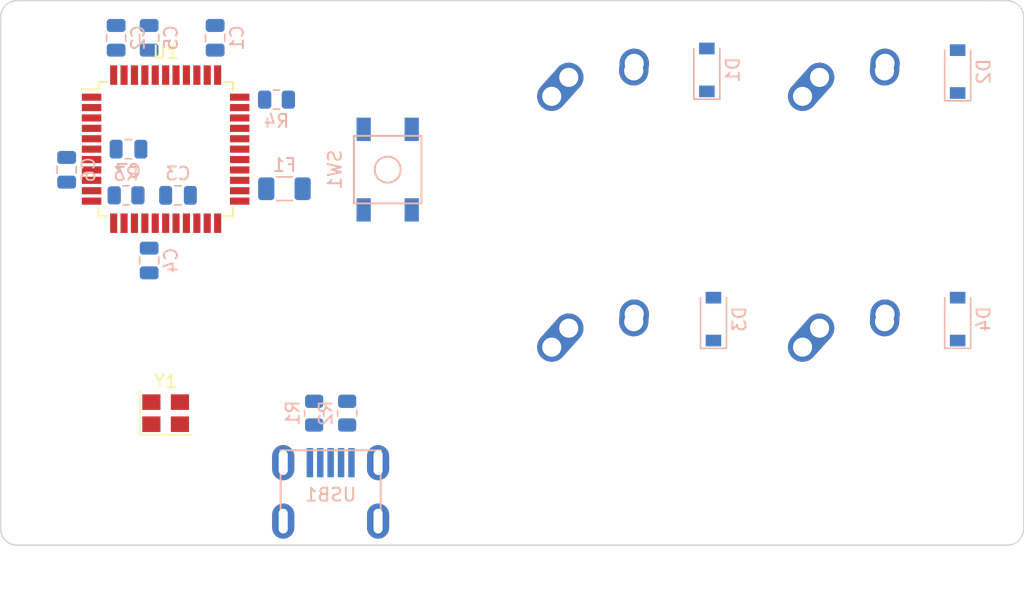
<source format=kicad_pcb>
(kicad_pcb (version 20211014) (generator pcbnew)
  (layers (0 "F.Cu" signal) (31 "B.Cu" signal) (34 "B.Paste" user) (35 "F.Paste" user) (36 "B.SilkS" user "B.Silkscreen") (37 "F.SilkS" user "F.Silkscreen") (38 "B.Mask" user) (39 "F.Mask" user) (44 "Edge.Cuts" user))
  (net 0 "")
  (net 1 "+5V")
  (net 2 "GND")
  (net 3 "Net-(C3-Pad2)")
  (net 4 "Net-(C4-Pad2)")
  (net 5 "Net-(C7-Pad1)")
  (net 6 "Net-(D1-Pad1)")
  (net 7 "Net-(D1-Pad2)")
  (net 8 "Net-(D4-Pad2)")
  (net 9 "VCC")
  (net 10 "COL0")
  (net 11 "COL1")
  (net 13 "Net-(R1-Pad2)")
  (net 15 "Net-(R2-Pad2)")
  (net 16 "Net-(R3-Pad2)")
  (net 17 "Net-(R4-Pad1)")
  (net 45 "D+")
  (net 46 "D-")
  (net 48 "Net-(MX2-Pad2)")
  (net 49 "Net-(D3-Pad1)")
  (net 50 "Net-(MX3-Pad2)")
  (footprint "MX_Alps_Hybrid:MX-1U-NoLED" (layer "F.Cu") (at 182.372 101.6)
    (fp_text reference "MX4")
    (fp_text value "MX-NoLED")
    (pad "" np_thru_hole circle locked (at 0 0) (size 3.9878 3.9878) (drill 3.9878) (layers *.Cu *.Mask))
    (pad "" np_thru_hole circle locked (at -5.08 0 48.0996) (size 1.75 1.75) (drill 1.75) (layers *.Cu *.Mask))
    (pad "" np_thru_hole circle locked (at 5.08 0 48.0996) (size 1.75 1.75) (drill 1.75) (layers *.Cu *.Mask))
    (pad "1" thru_hole oval locked (at -3.81 -2.54 48.0996) (size 4.211556 2.25) (drill 1.47 (offset 0.980778 0)) (layers *.Cu "B.Mask") (net 11 "COL1"))
    (pad "1" thru_hole circle locked (at -2.5 -4) (size 2.25 2.25) (drill 1.47) (layers *.Cu "B.Mask") (net 11 "COL1"))
    (pad "2" thru_hole oval locked (at 2.5 -4.5 86.0548) (size 2.831378 2.25) (drill 1.47 (offset 0.290689 0)) (layers *.Cu "B.Mask") (net 8 "Net-(D4-Pad2)"))
    (pad "2" thru_hole circle locked (at 2.54 -5.08) (size 2.25 2.25) (drill 1.47) (layers *.Cu "B.Mask") (net 8 "Net-(D4-Pad2)"))
  )
  (footprint "MX_Alps_Hybrid:MX-1U-NoLED" (layer "F.Cu") (at 182.372 82.296)
    (fp_text reference "MX2")
    (fp_text value "MX-NoLED")
    (pad "" np_thru_hole circle locked (at 5.08 0 48.0996) (size 1.75 1.75) (drill 1.75) (layers *.Cu *.Mask))
    (pad "" np_thru_hole circle locked (at 0 0) (size 3.9878 3.9878) (drill 3.9878) (layers *.Cu *.Mask))
    (pad "" np_thru_hole circle locked (at -5.08 0 48.0996) (size 1.75 1.75) (drill 1.75) (layers *.Cu *.Mask))
    (pad "1" thru_hole circle locked (at -2.5 -4) (size 2.25 2.25) (drill 1.47) (layers *.Cu "B.Mask") (net 11 "COL1"))
    (pad "1" thru_hole oval locked (at -3.81 -2.54 48.0996) (size 4.211556 2.25) (drill 1.47 (offset 0.980778 0)) (layers *.Cu "B.Mask") (net 11 "COL1"))
    (pad "2" thru_hole oval locked (at 2.5 -4.5 86.0548) (size 2.831378 2.25) (drill 1.47 (offset 0.290689 0)) (layers *.Cu "B.Mask") (net 48 "Net-(MX2-Pad2)"))
    (pad "2" thru_hole circle locked (at 2.54 -5.08) (size 2.25 2.25) (drill 1.47) (layers *.Cu "B.Mask") (net 48 "Net-(MX2-Pad2)"))
  )
  (footprint "MX_Alps_Hybrid:MX-1U-NoLED" (layer "F.Cu") (at 163.068 101.6)
    (fp_text reference "MX3")
    (fp_text value "MX-NoLED")
    (pad "" np_thru_hole circle locked (at -5.08 0 48.0996) (size 1.75 1.75) (drill 1.75) (layers *.Cu *.Mask))
    (pad "" np_thru_hole circle locked (at 5.08 0 48.0996) (size 1.75 1.75) (drill 1.75) (layers *.Cu *.Mask))
    (pad "" np_thru_hole circle locked (at 0 0) (size 3.9878 3.9878) (drill 3.9878) (layers *.Cu *.Mask))
    (pad "1" thru_hole oval locked (at -3.81 -2.54 48.0996) (size 4.211556 2.25) (drill 1.47 (offset 0.980778 0)) (layers *.Cu "B.Mask") (net 10 "COL0"))
    (pad "1" thru_hole circle locked (at -2.5 -4) (size 2.25 2.25) (drill 1.47) (layers *.Cu "B.Mask") (net 10 "COL0"))
    (pad "2" thru_hole oval locked (at 2.5 -4.5 86.0548) (size 2.831378 2.25) (drill 1.47 (offset 0.290689 0)) (layers *.Cu "B.Mask") (net 50 "Net-(MX3-Pad2)"))
    (pad "2" thru_hole circle locked (at 2.54 -5.08) (size 2.25 2.25) (drill 1.47) (layers *.Cu "B.Mask") (net 50 "Net-(MX3-Pad2)"))
  )
  (footprint "MX_Alps_Hybrid:MX-1U-NoLED" (layer "F.Cu") (at 163.068 82.296)
    (fp_text reference "MX1")
    (fp_text value "MX-NoLED")
    (pad "" np_thru_hole circle locked (at -5.08 0 48.0996) (size 1.75 1.75) (drill 1.75) (layers *.Cu *.Mask))
    (pad "" np_thru_hole circle locked (at 5.08 0 48.0996) (size 1.75 1.75) (drill 1.75) (layers *.Cu *.Mask))
    (pad "" np_thru_hole circle locked (at 0 0) (size 3.9878 3.9878) (drill 3.9878) (layers *.Cu *.Mask))
    (pad "1" thru_hole oval locked (at -3.81 -2.54 48.0996) (size 4.211556 2.25) (drill 1.47 (offset 0.980778 0)) (layers *.Cu "B.Mask") (net 10 "COL0"))
    (pad "1" thru_hole circle locked (at -2.5 -4) (size 2.25 2.25) (drill 1.47) (layers *.Cu "B.Mask") (net 10 "COL0"))
    (pad "2" thru_hole oval locked (at 2.5 -4.5 86.0548) (size 2.831378 2.25) (drill 1.47 (offset 0.290689 0)) (layers *.Cu "B.Mask") (net 7 "Net-(D1-Pad2)"))
    (pad "2" thru_hole circle locked (at 2.54 -5.08) (size 2.25 2.25) (drill 1.47) (layers *.Cu "B.Mask") (net 7 "Net-(D1-Pad2)"))
  )
  (footprint "Package_QFP:TQFP-44_10x10mm_P0.8mm" (layer "F.Cu") (at 129.54 83.82)
    (fp_text reference "U1" (at 0 -7.45) (layer "F.SilkS"))
    (fp_text value "ATmega32U4-A")
    (fp_line (start 5.175 5.175) (end 4.5 5.175) (layer "F.SilkS") (width 0.15))
    (fp_line (start 5.175 -5.175) (end 5.175 -4.5) (layer "F.SilkS") (width 0.15))
    (fp_line (start -5.175 -5.175) (end -5.175 -4.6) (layer "F.SilkS") (width 0.15))
    (fp_line (start 5.175 5.175) (end 5.175 4.5) (layer "F.SilkS") (width 0.15))
    (fp_line (start -5.175 5.175) (end -5.175 4.5) (layer "F.SilkS") (width 0.15))
    (fp_line (start -5.175 5.175) (end -4.5 5.175) (layer "F.SilkS") (width 0.15))
    (fp_line (start 5.175 -5.175) (end 4.5 -5.175) (layer "F.SilkS") (width 0.15))
    (fp_line (start -5.175 -5.175) (end -4.5 -5.175) (layer "F.SilkS") (width 0.15))
    (fp_line (start -5.175 -4.6) (end -6.45 -4.6) (layer "F.SilkS") (width 0.15))
    (pad "1" smd rect (at -5.7 -4) (size 1.5 0.55) (layers "F.Cu" "F.Paste" "F.Mask"))
    (pad "2" smd rect (at -5.7 -3.2) (size 1.5 0.55) (layers "F.Cu" "F.Paste" "F.Mask") (net 1 "+5V"))
    (pad "3" smd rect (at -5.7 -2.4) (size 1.5 0.55) (layers "F.Cu" "F.Paste" "F.Mask") (net 13 "Net-(R1-Pad2)"))
    (pad "4" smd rect (at -5.7 -1.6) (size 1.5 0.55) (layers "F.Cu" "F.Paste" "F.Mask") (net 15 "Net-(R2-Pad2)"))
    (pad "5" smd rect (at -5.7 -0.8) (size 1.5 0.55) (layers "F.Cu" "F.Paste" "F.Mask") (net 2 "GND"))
    (pad "6" smd rect (at -5.7 0) (size 1.5 0.55) (layers "F.Cu" "F.Paste" "F.Mask") (net 5 "Net-(C7-Pad1)"))
    (pad "7" smd rect (at -5.7 0.8) (size 1.5 0.55) (layers "F.Cu" "F.Paste" "F.Mask") (net 1 "+5V"))
    (pad "8" smd rect (at -5.7 1.6) (size 1.5 0.55) (layers "F.Cu" "F.Paste" "F.Mask"))
    (pad "9" smd rect (at -5.7 2.4) (size 1.5 0.55) (layers "F.Cu" "F.Paste" "F.Mask"))
    (pad "10" smd rect (at -5.7 3.2) (size 1.5 0.55) (layers "F.Cu" "F.Paste" "F.Mask"))
    (pad "11" smd rect (at -5.7 4) (size 1.5 0.55) (layers "F.Cu" "F.Paste" "F.Mask"))
    (pad "12" smd rect (at -4 5.7 90) (size 1.5 0.55) (layers "F.Cu" "F.Paste" "F.Mask"))
    (pad "13" smd rect (at -3.2 5.7 90) (size 1.5 0.55) (layers "F.Cu" "F.Paste" "F.Mask") (net 16 "Net-(R3-Pad2)"))
    (pad "14" smd rect (at -2.4 5.7 90) (size 1.5 0.55) (layers "F.Cu" "F.Paste" "F.Mask") (net 1 "+5V"))
    (pad "15" smd rect (at -1.6 5.7 90) (size 1.5 0.55) (layers "F.Cu" "F.Paste" "F.Mask") (net 2 "GND"))
    (pad "16" smd rect (at -0.8 5.7 90) (size 1.5 0.55) (layers "F.Cu" "F.Paste" "F.Mask") (net 4 "Net-(C4-Pad2)"))
    (pad "17" smd rect (at 0 5.7 90) (size 1.5 0.55) (layers "F.Cu" "F.Paste" "F.Mask") (net 3 "Net-(C3-Pad2)"))
    (pad "18" smd rect (at 0.8 5.7 90) (size 1.5 0.55) (layers "F.Cu" "F.Paste" "F.Mask"))
    (pad "19" smd rect (at 1.6 5.7 90) (size 1.5 0.55) (layers "F.Cu" "F.Paste" "F.Mask"))
    (pad "20" smd rect (at 2.4 5.7 90) (size 1.5 0.55) (layers "F.Cu" "F.Paste" "F.Mask"))
    (pad "21" smd rect (at 3.2 5.7 90) (size 1.5 0.55) (layers "F.Cu" "F.Paste" "F.Mask"))
    (pad "22" smd rect (at 4 5.7 90) (size 1.5 0.55) (layers "F.Cu" "F.Paste" "F.Mask"))
    (pad "23" smd rect (at 5.7 4) (size 1.5 0.55) (layers "F.Cu" "F.Paste" "F.Mask") (net 2 "GND"))
    (pad "24" smd rect (at 5.7 3.2) (size 1.5 0.55) (layers "F.Cu" "F.Paste" "F.Mask") (net 1 "+5V"))
    (pad "25" smd rect (at 5.7 2.4) (size 1.5 0.55) (layers "F.Cu" "F.Paste" "F.Mask"))
    (pad "26" smd rect (at 5.7 1.6) (size 1.5 0.55) (layers "F.Cu" "F.Paste" "F.Mask"))
    (pad "27" smd rect (at 5.7 0.8) (size 1.5 0.55) (layers "F.Cu" "F.Paste" "F.Mask"))
    (pad "28" smd rect (at 5.7 0) (size 1.5 0.55) (layers "F.Cu" "F.Paste" "F.Mask"))
    (pad "29" smd rect (at 5.7 -0.8) (size 1.5 0.55) (layers "F.Cu" "F.Paste" "F.Mask"))
    (pad "30" smd rect (at 5.7 -1.6) (size 1.5 0.55) (layers "F.Cu" "F.Paste" "F.Mask"))
    (pad "31" smd rect (at 5.7 -2.4) (size 1.5 0.55) (layers "F.Cu" "F.Paste" "F.Mask"))
    (pad "32" smd rect (at 5.7 -3.2) (size 1.5 0.55) (layers "F.Cu" "F.Paste" "F.Mask"))
    (pad "33" smd rect (at 5.7 -4) (size 1.5 0.55) (layers "F.Cu" "F.Paste" "F.Mask") (net 17 "Net-(R4-Pad1)"))
    (pad "34" smd rect (at 4 -5.7 90) (size 1.5 0.55) (layers "F.Cu" "F.Paste" "F.Mask") (net 1 "+5V"))
    (pad "35" smd rect (at 3.2 -5.7 90) (size 1.5 0.55) (layers "F.Cu" "F.Paste" "F.Mask") (net 2 "GND"))
    (pad "36" smd rect (at 2.4 -5.7 90) (size 1.5 0.55) (layers "F.Cu" "F.Paste" "F.Mask"))
    (pad "37" smd rect (at 1.6 -5.7 90) (size 1.5 0.55) (layers "F.Cu" "F.Paste" "F.Mask"))
    (pad "38" smd rect (at 0.8 -5.7 90) (size 1.5 0.55) (layers "F.Cu" "F.Paste" "F.Mask"))
    (pad "39" smd rect (at 0 -5.7 90) (size 1.5 0.55) (layers "F.Cu" "F.Paste" "F.Mask"))
    (pad "40" smd rect (at -0.8 -5.7 90) (size 1.5 0.55) (layers "F.Cu" "F.Paste" "F.Mask"))
    (pad "41" smd rect (at -1.6 -5.7 90) (size 1.5 0.55) (layers "F.Cu" "F.Paste" "F.Mask"))
    (pad "42" smd rect (at -2.4 -5.7 90) (size 1.5 0.55) (layers "F.Cu" "F.Paste" "F.Mask"))
    (pad "43" smd rect (at -3.2 -5.7 90) (size 1.5 0.55) (layers "F.Cu" "F.Paste" "F.Mask") (net 2 "GND"))
    (pad "44" smd rect (at -4 -5.7 90) (size 1.5 0.55) (layers "F.Cu" "F.Paste" "F.Mask") (net 1 "+5V"))
  )
  (footprint "Crystal:Crystal_SMD_3225-4Pin_3.2x2.5mm" (layer "F.Cu") (at 129.54 104.14)
    (fp_text reference "Y1" (at 0 -2.45) (layer "F.SilkS"))
    (fp_text value "16MHz")
    (fp_line (start -2 1.65) (end 2 1.65) (layer "F.SilkS") (width 0.12))
    (fp_line (start -2 -1.65) (end -2 1.65) (layer "F.SilkS") (width 0.12))
    (pad "1" smd rect (at -1.1 0.85) (size 1.4 1.2) (layers "F.Cu" "F.Paste" "F.Mask") (net 3 "Net-(C3-Pad2)"))
    (pad "2" smd rect (at 1.1 0.85) (size 1.4 1.2) (layers "F.Cu" "F.Paste" "F.Mask") (net 2 "GND"))
    (pad "3" smd rect (at 1.1 -0.85) (size 1.4 1.2) (layers "F.Cu" "F.Paste" "F.Mask") (net 4 "Net-(C4-Pad2)"))
    (pad "4" smd rect (at -1.1 -0.85) (size 1.4 1.2) (layers "F.Cu" "F.Paste" "F.Mask") (net 2 "GND"))
  )
  (footprint "Capacitor_SMD:C_0805_2012Metric" (layer "B.Cu") (at 126.68 83.82)
    (fp_text reference "C7" (at 0 1.68) (layer "B.SilkS") (effects (justify mirror)))
    (fp_text value "1uF")
    (fp_line (start -0.261252 -0.735) (end 0.261252 -0.735) (layer "B.SilkS") (width 0.12))
    (fp_line (start -0.261252 0.735) (end 0.261252 0.735) (layer "B.SilkS") (width 0.12))
    (pad "1" smd roundrect (at -0.95 0) (size 1 1.45) (layers "B.Cu" "B.Paste" "B.Mask") (net 5 "Net-(C7-Pad1)"))
    (pad "2" smd roundrect (at 0.95 0) (size 1 1.45) (layers "B.Cu" "B.Paste" "B.Mask") (net 2 "GND"))
  )
  (footprint "random-keyboard-parts:SKQG-1155865" (layer "B.Cu") (at 146.63 85.396 90)
    (fp_text reference "SW1" (at 0 -4.064 90) (layer "B.SilkS") (effects (justify mirror)))
    (fp_text value "SW_Push")
    (fp_line (start -2.6 2.6) (end 2.6 2.6) (layer "B.SilkS") (width 0.15))
    (fp_line (start 2.6 2.6) (end 2.6 -2.6) (layer "B.SilkS") (width 0.15))
    (fp_line (start 2.6 -2.6) (end -2.6 -2.6) (layer "B.SilkS") (width 0.15))
    (fp_line (start -2.6 -2.6) (end -2.6 2.6) (layer "B.SilkS") (width 0.15))
    (fp_circle (center 0 0) (end 1 0) (layer "B.SilkS") (width 0.15) (fill none))
    (pad "1" smd rect locked (at 3.1 -1.85 90) (size 1.8 1.1) (layers "B.Cu" "B.Paste" "B.Mask") (net 2 "GND"))
    (pad "2" smd rect locked (at -3.1 1.85 90) (size 1.8 1.1) (layers "B.Cu" "B.Paste" "B.Mask") (net 16 "Net-(R3-Pad2)"))
    (pad "3" smd rect locked (at 3.1 1.85 90) (size 1.8 1.1) (layers "B.Cu" "B.Paste" "B.Mask"))
    (pad "4" smd rect locked (at -3.1 -1.85 90) (size 1.8 1.1) (layers "B.Cu" "B.Paste" "B.Mask"))
  )
  (footprint "Diode_SMD:D_SOD-123" (layer "B.Cu") (at 190.5 77.85 90)
    (fp_text reference "D2" (at 0 2 90) (layer "B.SilkS") (effects (justify mirror)))
    (fp_text value "SOD-123")
    (fp_line (start -2.25 1) (end -2.25 -1) (layer "B.SilkS") (width 0.12))
    (fp_line (start -2.25 -1) (end 1.65 -1) (layer "B.SilkS") (width 0.12))
    (fp_line (start -2.25 1) (end 1.65 1) (layer "B.SilkS") (width 0.12))
    (pad "1" smd rect (at -1.65 0 90) (size 0.9 1.2) (layers "B.Cu" "B.Paste" "B.Mask") (net 6 "Net-(D1-Pad1)"))
    (pad "2" smd rect (at 1.65 0 90) (size 0.9 1.2) (layers "B.Cu" "B.Paste" "B.Mask") (net 48 "Net-(MX2-Pad2)"))
  )
  (footprint "Capacitor_SMD:C_0805_2012Metric" (layer "B.Cu") (at 128.27 75.25 90)
    (fp_text reference "C5" (at 0 1.68 90) (layer "B.SilkS") (effects (justify mirror)))
    (fp_text value "0.1uF")
    (fp_line (start -0.261252 0.735) (end 0.261252 0.735) (layer "B.SilkS") (width 0.12))
    (fp_line (start -0.261252 -0.735) (end 0.261252 -0.735) (layer "B.SilkS") (width 0.12))
    (pad "1" smd roundrect (at -0.95 0 90) (size 1 1.45) (layers "B.Cu" "B.Paste" "B.Mask") (net 1 "+5V"))
    (pad "2" smd roundrect (at 0.95 0 90) (size 1 1.45) (layers "B.Cu" "B.Paste" "B.Mask") (net 2 "GND"))
  )
  (footprint "Capacitor_SMD:C_0805_2012Metric" (layer "B.Cu") (at 133.35 75.25 90)
    (fp_text reference "C1" (at 0 1.68 90) (layer "B.SilkS") (effects (justify mirror)))
    (fp_text value "0.1uF")
    (fp_line (start -0.261252 -0.735) (end 0.261252 -0.735) (layer "B.SilkS") (width 0.12))
    (fp_line (start -0.261252 0.735) (end 0.261252 0.735) (layer "B.SilkS") (width 0.12))
    (pad "1" smd roundrect (at -0.95 0 90) (size 1 1.45) (layers "B.Cu" "B.Paste" "B.Mask") (net 1 "+5V"))
    (pad "2" smd roundrect (at 0.95 0 90) (size 1 1.45) (layers "B.Cu" "B.Paste" "B.Mask") (net 2 "GND"))
  )
  (footprint "Fuse:Fuse_1206_3216Metric" (layer "B.Cu") (at 138.684 86.868 180)
    (fp_text reference "F1" (at 0 1.82) (layer "B.SilkS") (effects (justify mirror)))
    (fp_text value "500mA")
    (fp_line (start -0.602064 -0.91) (end 0.602064 -0.91) (layer "B.SilkS") (width 0.12))
    (fp_line (start -0.602064 0.91) (end 0.602064 0.91) (layer "B.SilkS") (width 0.12))
    (pad "1" smd roundrect (at -1.4 0 180) (size 1.25 1.75) (layers "B.Cu" "B.Paste" "B.Mask") (roundrect_rratio 0.2) (net 9 "VCC"))
    (pad "2" smd roundrect (at 1.4 0 180) (size 1.25 1.75) (layers "B.Cu" "B.Paste" "B.Mask") (roundrect_rratio 0.2) (net 1 "+5V"))
  )
  (footprint "Diode_SMD:D_SOD-123" (layer "B.Cu") (at 171.704 96.902 90)
    (fp_text reference "D3" (at 0 2 90) (layer "B.SilkS") (effects (justify mirror)))
    (fp_text value "SOD-123")
    (fp_line (start -2.25 -1) (end 1.65 -1) (layer "B.SilkS") (width 0.12))
    (fp_line (start -2.25 1) (end -2.25 -1) (layer "B.SilkS") (width 0.12))
    (fp_line (start -2.25 1) (end 1.65 1) (layer "B.SilkS") (width 0.12))
    (pad "1" smd rect (at -1.65 0 90) (size 0.9 1.2) (layers "B.Cu" "B.Paste" "B.Mask") (net 49 "Net-(D3-Pad1)"))
    (pad "2" smd rect (at 1.65 0 90) (size 0.9 1.2) (layers "B.Cu" "B.Paste" "B.Mask") (net 50 "Net-(MX3-Pad2)"))
  )
  (footprint "Resistor_SMD:R_0805_2012Metric" (layer "B.Cu") (at 126.492 87.376 180)
    (fp_text reference "R3" (at 0 1.65) (layer "B.SilkS") (effects (justify mirror)))
    (fp_text value "10k")
    (fp_line (start -0.227064 0.735) (end 0.227064 0.735) (layer "B.SilkS") (width 0.12))
    (fp_line (start -0.227064 -0.735) (end 0.227064 -0.735) (layer "B.SilkS") (width 0.12))
    (pad "1" smd roundrect (at -0.9125 0 180) (size 1.025 1.4) (layers "B.Cu" "B.Paste" "B.Mask") (roundrect_rratio 0.243902) (net 1 "+5V"))
    (pad "2" smd roundrect (at 0.9125 0 180) (size 1.025 1.4) (layers "B.Cu" "B.Paste" "B.Mask") (roundrect_rratio 0.243902) (net 16 "Net-(R3-Pad2)"))
  )
  (footprint "random-keyboard-parts:Molex-0548190589" (layer "B.Cu") (at 142.24 112.45 90)
    (fp_text reference "USB1" (at 2.032 0) (layer "B.SilkS") (effects (justify mirror)))
    (fp_text value "Molex-0548190589")
    (fp_line (start 0 -3.85) (end 5.45 -3.85) (layer "B.SilkS") (width 0.15))
    (fp_line (start 5.45 3.85) (end 5.45 -3.85) (layer "B.SilkS") (width 0.15))
    (fp_line (start 0 3.85) (end 5.45 3.85) (layer "B.SilkS") (width 0.15))
    (pad "1" smd rect locked (at 4.5 -1.6 90) (size 2.25 0.5) (layers "B.Cu" "B.Paste" "B.Mask") (net 2 "GND"))
    (pad "2" smd rect locked (at 4.5 -0.8 90) (size 2.25 0.5) (layers "B.Cu" "B.Paste" "B.Mask"))
    (pad "3" smd rect locked (at 4.5 0 90) (size 2.25 0.5) (layers "B.Cu" "B.Paste" "B.Mask") (net 45 "D+"))
    (pad "4" smd rect locked (at 4.5 0.8 90) (size 2.25 0.5) (layers "B.Cu" "B.Paste" "B.Mask") (net 46 "D-"))
    (pad "5" smd rect locked (at 4.5 1.6 90) (size 2.25 0.5) (layers "B.Cu" "B.Paste" "B.Mask") (net 9 "VCC"))
    (pad "6" thru_hole oval locked (at 0 3.65 90) (size 2.7 1.7) (drill oval 1.9 0.7) (layers *.Cu *.Mask))
    (pad "6" thru_hole oval locked (at 4.5 3.65 90) (size 2.7 1.7) (drill oval 1.9 0.7) (layers *.Cu *.Mask))
    (pad "6" thru_hole oval locked (at 0 -3.65 90) (size 2.7 1.7) (drill oval 1.9 0.7) (layers *.Cu *.Mask))
    (pad "6" thru_hole oval locked (at 4.5 -3.65 90) (size 2.7 1.7) (drill oval 1.9 0.7) (layers *.Cu *.Mask))
  )
  (footprint "Diode_SMD:D_SOD-123" (layer "B.Cu") (at 190.5 96.902 90)
    (fp_text reference "D4" (at 0 2 90) (layer "B.SilkS") (effects (justify mirror)))
    (fp_text value "SOD-123")
    (fp_line (start -2.25 -1) (end 1.65 -1) (layer "B.SilkS") (width 0.12))
    (fp_line (start -2.25 1) (end -2.25 -1) (layer "B.SilkS") (width 0.12))
    (fp_line (start -2.25 1) (end 1.65 1) (layer "B.SilkS") (width 0.12))
    (pad "1" smd rect (at -1.65 0 90) (size 0.9 1.2) (layers "B.Cu" "B.Paste" "B.Mask") (net 49 "Net-(D3-Pad1)"))
    (pad "2" smd rect (at 1.65 0 90) (size 0.9 1.2) (layers "B.Cu" "B.Paste" "B.Mask") (net 8 "Net-(D4-Pad2)"))
  )
  (footprint "Capacitor_SMD:C_0805_2012Metric" (layer "B.Cu") (at 121.92 85.41 90)
    (fp_text reference "C6" (at 0 1.68 90) (layer "B.SilkS") (effects (justify mirror)))
    (fp_text value "10uF")
    (fp_line (start -0.261252 -0.735) (end 0.261252 -0.735) (layer "B.SilkS") (width 0.12))
    (fp_line (start -0.261252 0.735) (end 0.261252 0.735) (layer "B.SilkS") (width 0.12))
    (pad "1" smd roundrect (at -0.95 0 90) (size 1 1.45) (layers "B.Cu" "B.Paste" "B.Mask") (net 1 "+5V"))
    (pad "2" smd roundrect (at 0.95 0 90) (size 1 1.45) (layers "B.Cu" "B.Paste" "B.Mask") (net 2 "GND"))
  )
  (footprint "Resistor_SMD:R_0805_2012Metric" (layer "B.Cu") (at 138.0725 80.01)
    (fp_text reference "R4" (at 0 1.65) (layer "B.SilkS") (effects (justify mirror)))
    (fp_text value "10k")
    (fp_line (start -0.227064 -0.735) (end 0.227064 -0.735) (layer "B.SilkS") (width 0.12))
    (fp_line (start -0.227064 0.735) (end 0.227064 0.735) (layer "B.SilkS") (width 0.12))
    (pad "1" smd roundrect (at -0.9125 0) (size 1.025 1.4) (layers "B.Cu" "B.Paste" "B.Mask") (roundrect_rratio 0.243902) (net 17 "Net-(R4-Pad1)"))
    (pad "2" smd roundrect (at 0.9125 0) (size 1.025 1.4) (layers "B.Cu" "B.Paste" "B.Mask") (roundrect_rratio 0.243902) (net 2 "GND"))
  )
  (footprint "Capacitor_SMD:C_0805_2012Metric" (layer "B.Cu") (at 125.73 75.25 90)
    (fp_text reference "C2" (at 0 1.68 90) (layer "B.SilkS") (effects (justify mirror)))
    (fp_text value "0.1uF")
    (fp_line (start -0.261252 -0.735) (end 0.261252 -0.735) (layer "B.SilkS") (width 0.12))
    (fp_line (start -0.261252 0.735) (end 0.261252 0.735) (layer "B.SilkS") (width 0.12))
    (pad "1" smd roundrect (at -0.95 0 90) (size 1 1.45) (layers "B.Cu" "B.Paste" "B.Mask") (net 1 "+5V"))
    (pad "2" smd roundrect (at 0.95 0 90) (size 1 1.45) (layers "B.Cu" "B.Paste" "B.Mask") (net 2 "GND"))
  )
  (footprint "Resistor_SMD:R_0805_2012Metric" (layer "B.Cu") (at 143.51 104.14 -90)
    (fp_text reference "R2" (at 0 1.65 90) (layer "B.SilkS") (effects (justify mirror)))
    (fp_text value "22")
    (fp_line (start -0.227064 0.735) (end 0.227064 0.735) (layer "B.SilkS") (width 0.12))
    (fp_line (start -0.227064 -0.735) (end 0.227064 -0.735) (layer "B.SilkS") (width 0.12))
    (pad "1" smd roundrect (at -0.9125 0 270) (size 1.025 1.4) (layers "B.Cu" "B.Paste" "B.Mask") (roundrect_rratio 0.243902))
    (pad "2" smd roundrect (at 0.9125 0 270) (size 1.025 1.4) (layers "B.Cu" "B.Paste" "B.Mask") (roundrect_rratio 0.243902) (net 15 "Net-(R2-Pad2)"))
  )
  (footprint "Capacitor_SMD:C_0805_2012Metric" (layer "B.Cu") (at 128.27 92.39 90)
    (fp_text reference "C4" (at 0 1.68 90) (layer "B.SilkS") (effects (justify mirror)))
    (fp_text value "22pF")
    (fp_line (start -0.261252 0.735) (end 0.261252 0.735) (layer "B.SilkS") (width 0.12))
    (fp_line (start -0.261252 -0.735) (end 0.261252 -0.735) (layer "B.SilkS") (width 0.12))
    (pad "1" smd roundrect (at -0.95 0 90) (size 1 1.45) (layers "B.Cu" "B.Paste" "B.Mask") (net 2 "GND"))
    (pad "2" smd roundrect (at 0.95 0 90) (size 1 1.45) (layers "B.Cu" "B.Paste" "B.Mask") (net 4 "Net-(C4-Pad2)"))
  )
  (footprint "Capacitor_SMD:C_0805_2012Metric" (layer "B.Cu") (at 130.49 87.376 180)
    (fp_text reference "C3" (at 0 1.68) (layer "B.SilkS") (effects (justify mirror)))
    (fp_text value "22pF")
    (fp_line (start -0.261252 0.735) (end 0.261252 0.735) (layer "B.SilkS") (width 0.12))
    (fp_line (start -0.261252 -0.735) (end 0.261252 -0.735) (layer "B.SilkS") (width 0.12))
    (pad "1" smd roundrect (at -0.95 0 180) (size 1 1.45) (layers "B.Cu" "B.Paste" "B.Mask") (net 2 "GND"))
    (pad "2" smd roundrect (at 0.95 0 180) (size 1 1.45) (layers "B.Cu" "B.Paste" "B.Mask") (net 3 "Net-(C3-Pad2)"))
  )
  (footprint "Diode_SMD:D_SOD-123" (layer "B.Cu") (at 171.196 77.724 90)
    (fp_text reference "D1" (at 0 2 90) (layer "B.SilkS") (effects (justify mirror)))
    (fp_text value "SOD-123")
    (fp_line (start -2.25 1) (end -2.25 -1) (layer "B.SilkS") (width 0.12))
    (fp_line (start -2.25 -1) (end 1.65 -1) (layer "B.SilkS") (width 0.12))
    (fp_line (start -2.25 1) (end 1.65 1) (layer "B.SilkS") (width 0.12))
    (pad "1" smd rect (at -1.65 0 90) (size 0.9 1.2) (layers "B.Cu" "B.Paste" "B.Mask") (net 6 "Net-(D1-Pad1)"))
    (pad "2" smd rect (at 1.65 0 90) (size 0.9 1.2) (layers "B.Cu" "B.Paste" "B.Mask") (net 7 "Net-(D1-Pad2)"))
  )
  (footprint "Resistor_SMD:R_0805_2012Metric" (layer "B.Cu") (at 140.97 104.14 -90)
    (fp_text reference "R1" (at 0 1.65 90) (layer "B.SilkS") (effects (justify mirror)))
    (fp_text value "22")
    (fp_line (start -0.227064 -0.735) (end 0.227064 -0.735) (layer "B.SilkS") (width 0.12))
    (fp_line (start -0.227064 0.735) (end 0.227064 0.735) (layer "B.SilkS") (width 0.12))
    (pad "1" smd roundrect (at -0.9125 0 270) (size 1.025 1.4) (layers "B.Cu" "B.Paste" "B.Mask") (roundrect_rratio 0.243902))
    (pad "2" smd roundrect (at 0.9125 0 270) (size 1.025 1.4) (layers "B.Cu" "B.Paste" "B.Mask") (roundrect_rratio 0.243902) (net 13 "Net-(R1-Pad2)"))
  )
  (gr_arc (start 195.58 113.03) (mid 195.208026 113.928026) (end 194.31 114.3) (layer "Edge.Cuts") (width 0.1))
  (gr_arc (start 116.84 73.66) (mid 117.211974 72.761974) (end 118.11 72.39) (layer "Edge.Cuts") (width 0.1))
  (gr_line (start 116.84 73.66) (end 116.84 113.03) (layer "Edge.Cuts") (width 0.1))
  (gr_arc (start 118.11 114.3) (mid 117.211974 113.928026) (end 116.84 113.03) (layer "Edge.Cuts") (width 0.1))
  (gr_line (start 194.31 72.39) (end 193.04 72.39) (layer "Edge.Cuts") (width 0.1))
  (gr_line (start 195.58 113.03) (end 195.58 73.66) (layer "Edge.Cuts") (width 0.1))
  (gr_line (start 118.11 114.3) (end 194.31 114.3) (layer "Edge.Cuts") (width 0.1))
  (gr_line (start 193.04 72.39) (end 118.11 72.39) (layer "Edge.Cuts") (width 0.1))
  (gr_arc (start 194.31 72.39) (mid 195.208026 72.761974) (end 195.58 73.66) (layer "Edge.Cuts") (width 0.1))
)
</source>
